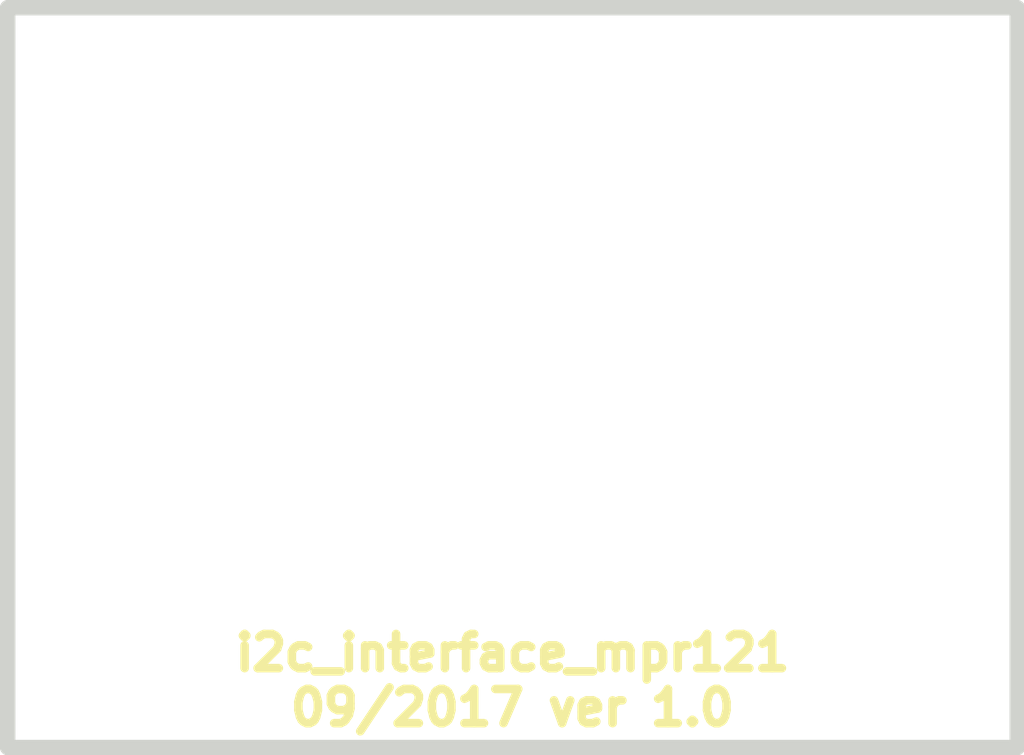
<source format=kicad_pcb>
(kicad_pcb (version 20170123) (host pcbnew no-vcs-found-e2d3fce~60~ubuntu16.04.1)

  (general
    (thickness 1.6)
    (drawings 5)
    (tracks 0)
    (zones 0)
    (modules 0)
    (nets 1)
  )

  (page A4)
  (title_block
    (title i2c_interface_mpr121)
    (rev 1.0)
  )

  (layers
    (0 F.Cu signal)
    (31 B.Cu signal)
    (32 B.Adhes user)
    (33 F.Adhes user)
    (34 B.Paste user)
    (35 F.Paste user)
    (36 B.SilkS user)
    (37 F.SilkS user)
    (38 B.Mask user)
    (39 F.Mask user)
    (40 Dwgs.User user hide)
    (41 Cmts.User user)
    (42 Eco1.User user)
    (43 Eco2.User user)
    (44 Edge.Cuts user)
    (45 Margin user)
    (46 B.CrtYd user)
    (47 F.CrtYd user)
    (48 B.Fab user)
    (49 F.Fab user)
  )

  (setup
    (last_trace_width 0.25)
    (trace_clearance 0.0254)
    (zone_clearance 0.2032)
    (zone_45_only no)
    (trace_min 0.254)
    (segment_width 0.2286)
    (edge_width 0.2286)
    (via_size 0.889)
    (via_drill 0.635)
    (via_min_size 0.889)
    (via_min_drill 0.508)
    (uvia_size 0.508)
    (uvia_drill 0.127)
    (uvias_allowed no)
    (uvia_min_size 0.508)
    (uvia_min_drill 0.127)
    (pcb_text_width 0.3)
    (pcb_text_size 1.5 1.5)
    (mod_edge_width 0.381)
    (mod_text_size 1 1)
    (mod_text_width 0.15)
    (pad_size 1.016 4.4958)
    (pad_drill 0)
    (pad_to_mask_clearance 0)
    (aux_axis_origin 0 0)
    (visible_elements FFFFF77F)
    (pcbplotparams
      (layerselection 0x000f0_ffffffff)
      (usegerberextensions true)
      (usegerberattributes true)
      (usegerberadvancedattributes true)
      (creategerberjobfile true)
      (excludeedgelayer false)
      (linewidth 0.100000)
      (plotframeref false)
      (viasonmask false)
      (mode 1)
      (useauxorigin false)
      (hpglpennumber 1)
      (hpglpenspeed 20)
      (hpglpendiameter 15)
      (psnegative false)
      (psa4output false)
      (plotreference true)
      (plotvalue true)
      (plotinvisibletext false)
      (padsonsilk false)
      (subtractmaskfromsilk true)
      (outputformat 1)
      (mirror false)
      (drillshape 0)
      (scaleselection 1)
      (outputdirectory gerbers/))
  )

  (net 0 "")

  (net_class Default "This is the default net class."
    (clearance 0.0254)
    (trace_width 0.25)
    (via_dia 0.889)
    (via_drill 0.635)
    (uvia_dia 0.508)
    (uvia_drill 0.127)
  )

  (net_class GND ""
    (clearance 0.1016)
    (trace_width 0.4064)
    (via_dia 0.889)
    (via_drill 0.635)
    (uvia_dia 0.508)
    (uvia_drill 0.127)
    (diff_pair_gap 0.254)
    (diff_pair_width 0.254)
  )

  (net_class LEDPOWER ""
    (clearance 0.254)
    (trace_width 0.6096)
    (via_dia 0.889)
    (via_drill 0.635)
    (uvia_dia 0.508)
    (uvia_drill 0.127)
    (diff_pair_gap 0.254)
    (diff_pair_width 0.254)
  )

  (net_class POWER ""
    (clearance 0.254)
    (trace_width 0.8128)
    (via_dia 0.889)
    (via_drill 0.635)
    (uvia_dia 0.508)
    (uvia_drill 0.127)
    (diff_pair_gap 0.254)
    (diff_pair_width 0.254)
  )

  (net_class SIGNAL ""
    (clearance 0.1016)
    (trace_width 0.4064)
    (via_dia 0.889)
    (via_drill 0.635)
    (uvia_dia 0.508)
    (uvia_drill 0.127)
    (diff_pair_gap 0.254)
    (diff_pair_width 0.254)
  )

  (net_class SUPERPOWER ""
    (clearance 0.254)
    (trace_width 1.2192)
    (via_dia 0.889)
    (via_drill 0.635)
    (uvia_dia 0.508)
    (uvia_drill 0.127)
    (diff_pair_gap 0.254)
    (diff_pair_width 0.254)
  )

  (gr_line (start 107.5 94.5) (end 92.5 94.5) (angle 90) (layer Edge.Cuts) (width 0.2286))
  (gr_line (start 107.5 105.5) (end 107.5 94.5) (angle 90) (layer Edge.Cuts) (width 0.2286))
  (gr_line (start 92.5 105.5) (end 107.5 105.5) (angle 90) (layer Edge.Cuts) (width 0.2286))
  (gr_line (start 92.5 94.5) (end 92.5 105.5) (angle 90) (layer Edge.Cuts) (width 0.2286))
  (gr_text "i2c_interface_mpr121\n09/2017 ver 1.0" (at 100 104.5) (layer F.SilkS)
    (effects (font (size 0.508 0.508) (thickness 0.127)))
  )

)

</source>
